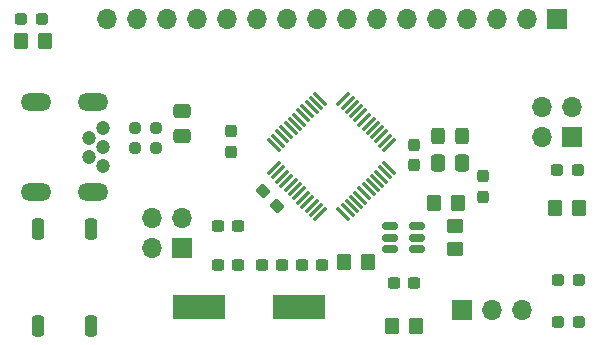
<source format=gbr>
%TF.GenerationSoftware,KiCad,Pcbnew,7.0.5*%
%TF.CreationDate,2023-07-22T19:28:39+09:00*%
%TF.ProjectId,power,706f7765-722e-46b6-9963-61645f706362,rev?*%
%TF.SameCoordinates,Original*%
%TF.FileFunction,Soldermask,Top*%
%TF.FilePolarity,Negative*%
%FSLAX46Y46*%
G04 Gerber Fmt 4.6, Leading zero omitted, Abs format (unit mm)*
G04 Created by KiCad (PCBNEW 7.0.5) date 2023-07-22 19:28:39*
%MOMM*%
%LPD*%
G01*
G04 APERTURE LIST*
G04 Aperture macros list*
%AMRoundRect*
0 Rectangle with rounded corners*
0 $1 Rounding radius*
0 $2 $3 $4 $5 $6 $7 $8 $9 X,Y pos of 4 corners*
0 Add a 4 corners polygon primitive as box body*
4,1,4,$2,$3,$4,$5,$6,$7,$8,$9,$2,$3,0*
0 Add four circle primitives for the rounded corners*
1,1,$1+$1,$2,$3*
1,1,$1+$1,$4,$5*
1,1,$1+$1,$6,$7*
1,1,$1+$1,$8,$9*
0 Add four rect primitives between the rounded corners*
20,1,$1+$1,$2,$3,$4,$5,0*
20,1,$1+$1,$4,$5,$6,$7,0*
20,1,$1+$1,$6,$7,$8,$9,0*
20,1,$1+$1,$8,$9,$2,$3,0*%
G04 Aperture macros list end*
%ADD10RoundRect,0.237500X-0.287500X-0.237500X0.287500X-0.237500X0.287500X0.237500X-0.287500X0.237500X0*%
%ADD11RoundRect,0.150000X0.512500X0.150000X-0.512500X0.150000X-0.512500X-0.150000X0.512500X-0.150000X0*%
%ADD12RoundRect,0.237500X0.287500X0.237500X-0.287500X0.237500X-0.287500X-0.237500X0.287500X-0.237500X0*%
%ADD13RoundRect,0.250000X-0.337500X-0.475000X0.337500X-0.475000X0.337500X0.475000X-0.337500X0.475000X0*%
%ADD14RoundRect,0.237500X0.237500X-0.300000X0.237500X0.300000X-0.237500X0.300000X-0.237500X-0.300000X0*%
%ADD15C,1.200000*%
%ADD16O,2.600000X1.500000*%
%ADD17RoundRect,0.237500X0.300000X0.237500X-0.300000X0.237500X-0.300000X-0.237500X0.300000X-0.237500X0*%
%ADD18RoundRect,0.250000X-0.350000X-0.450000X0.350000X-0.450000X0.350000X0.450000X-0.350000X0.450000X0*%
%ADD19RoundRect,0.237500X-0.237500X0.300000X-0.237500X-0.300000X0.237500X-0.300000X0.237500X0.300000X0*%
%ADD20RoundRect,0.237500X-0.300000X-0.237500X0.300000X-0.237500X0.300000X0.237500X-0.300000X0.237500X0*%
%ADD21RoundRect,0.237500X-0.250000X-0.237500X0.250000X-0.237500X0.250000X0.237500X-0.250000X0.237500X0*%
%ADD22RoundRect,0.075000X0.521491X-0.415425X-0.415425X0.521491X-0.521491X0.415425X0.415425X-0.521491X0*%
%ADD23RoundRect,0.075000X0.521491X0.415425X0.415425X0.521491X-0.521491X-0.415425X-0.415425X-0.521491X0*%
%ADD24R,4.500000X2.000000*%
%ADD25RoundRect,0.250000X-0.450000X0.350000X-0.450000X-0.350000X0.450000X-0.350000X0.450000X0.350000X0*%
%ADD26RoundRect,0.250000X0.250000X-0.650000X0.250000X0.650000X-0.250000X0.650000X-0.250000X-0.650000X0*%
%ADD27R,1.700000X1.700000*%
%ADD28O,1.700000X1.700000*%
%ADD29RoundRect,0.237500X-0.380070X0.044194X0.044194X-0.380070X0.380070X-0.044194X-0.044194X0.380070X0*%
%ADD30RoundRect,0.250000X0.350000X0.450000X-0.350000X0.450000X-0.350000X-0.450000X0.350000X-0.450000X0*%
%ADD31RoundRect,0.250000X0.475000X-0.337500X0.475000X0.337500X-0.475000X0.337500X-0.475000X-0.337500X0*%
%ADD32RoundRect,0.250000X0.325000X0.450000X-0.325000X0.450000X-0.325000X-0.450000X0.325000X-0.450000X0*%
G04 APERTURE END LIST*
D10*
%TO.C,D103*%
X110377000Y-53340000D03*
X112127000Y-53340000D03*
%TD*%
D11*
%TO.C,U101*%
X98546500Y-60005000D03*
X98546500Y-59055000D03*
X98546500Y-58105000D03*
X96271500Y-58105000D03*
X96271500Y-59055000D03*
X96271500Y-60005000D03*
%TD*%
D12*
%TO.C,D101*%
X66788000Y-40513000D03*
X65038000Y-40513000D03*
%TD*%
D13*
%TO.C,C120*%
X100308500Y-52705000D03*
X102383500Y-52705000D03*
%TD*%
D14*
%TO.C,C115*%
X82804000Y-51789500D03*
X82804000Y-50064500D03*
%TD*%
D15*
%TO.C,J101*%
X71976000Y-49795000D03*
X70776000Y-50595000D03*
X71976000Y-51395000D03*
X70776000Y-52195000D03*
X71976000Y-52995000D03*
D16*
X71076000Y-47595000D03*
X71076000Y-55195000D03*
X66276000Y-55195000D03*
X66276000Y-47595000D03*
%TD*%
D17*
%TO.C,C114*%
X90524500Y-61341000D03*
X88799500Y-61341000D03*
%TD*%
D18*
%TO.C,R102*%
X99965000Y-56134000D03*
X101965000Y-56134000D03*
%TD*%
D19*
%TO.C,C117*%
X104140000Y-53874500D03*
X104140000Y-55599500D03*
%TD*%
D10*
%TO.C,D102*%
X110504000Y-62611000D03*
X112254000Y-62611000D03*
%TD*%
D20*
%TO.C,C102*%
X96546500Y-62865000D03*
X98271500Y-62865000D03*
%TD*%
D18*
%TO.C,R103*%
X96409000Y-66548000D03*
X98409000Y-66548000D03*
%TD*%
D21*
%TO.C,R106*%
X74652500Y-51435000D03*
X76477500Y-51435000D03*
%TD*%
D22*
%TO.C,U102*%
X92311788Y-57084876D03*
X92665342Y-56731322D03*
X93018895Y-56377769D03*
X93372449Y-56024215D03*
X93726002Y-55670662D03*
X94079555Y-55317109D03*
X94433109Y-54963555D03*
X94786662Y-54610002D03*
X95140215Y-54256449D03*
X95493769Y-53902895D03*
X95847322Y-53549342D03*
X96200876Y-53195788D03*
D23*
X96200876Y-51198212D03*
X95847322Y-50844658D03*
X95493769Y-50491105D03*
X95140215Y-50137551D03*
X94786662Y-49783998D03*
X94433109Y-49430445D03*
X94079555Y-49076891D03*
X93726002Y-48723338D03*
X93372449Y-48369785D03*
X93018895Y-48016231D03*
X92665342Y-47662678D03*
X92311788Y-47309124D03*
D22*
X90314212Y-47309124D03*
X89960658Y-47662678D03*
X89607105Y-48016231D03*
X89253551Y-48369785D03*
X88899998Y-48723338D03*
X88546445Y-49076891D03*
X88192891Y-49430445D03*
X87839338Y-49783998D03*
X87485785Y-50137551D03*
X87132231Y-50491105D03*
X86778678Y-50844658D03*
X86425124Y-51198212D03*
D23*
X86425124Y-53195788D03*
X86778678Y-53549342D03*
X87132231Y-53902895D03*
X87485785Y-54256449D03*
X87839338Y-54610002D03*
X88192891Y-54963555D03*
X88546445Y-55317109D03*
X88899998Y-55670662D03*
X89253551Y-56024215D03*
X89607105Y-56377769D03*
X89960658Y-56731322D03*
X90314212Y-57084876D03*
%TD*%
D18*
%TO.C,R104*%
X92345000Y-61087000D03*
X94345000Y-61087000D03*
%TD*%
D24*
%TO.C,Y101*%
X80078000Y-64897000D03*
X88578000Y-64897000D03*
%TD*%
D25*
%TO.C,R108*%
X101727000Y-58055000D03*
X101727000Y-60055000D03*
%TD*%
D14*
%TO.C,C111*%
X98298000Y-52932500D03*
X98298000Y-51207500D03*
%TD*%
D26*
%TO.C,SW101*%
X70957000Y-66559000D03*
X70957000Y-58359000D03*
X66457000Y-66559000D03*
X66457000Y-58359000D03*
%TD*%
D20*
%TO.C,C103*%
X81687500Y-58039000D03*
X83412500Y-58039000D03*
%TD*%
D27*
%TO.C,J108*%
X102377000Y-65151000D03*
D28*
X104917000Y-65151000D03*
X107457000Y-65151000D03*
%TD*%
D29*
%TO.C,C101*%
X85496120Y-55143120D03*
X86715880Y-56362880D03*
%TD*%
D30*
%TO.C,R107*%
X67040000Y-42418000D03*
X65040000Y-42418000D03*
%TD*%
D21*
%TO.C,R105*%
X74652500Y-49784000D03*
X76477500Y-49784000D03*
%TD*%
D31*
%TO.C,C118*%
X78613000Y-50440500D03*
X78613000Y-48365500D03*
%TD*%
D10*
%TO.C,D104*%
X110504000Y-66167000D03*
X112254000Y-66167000D03*
%TD*%
D20*
%TO.C,C106*%
X81687500Y-61341000D03*
X83412500Y-61341000D03*
%TD*%
D18*
%TO.C,R114*%
X110252000Y-56515000D03*
X112252000Y-56515000D03*
%TD*%
D32*
%TO.C,FB103*%
X102371000Y-50419000D03*
X100321000Y-50419000D03*
%TD*%
D20*
%TO.C,C108*%
X85370500Y-61341000D03*
X87095500Y-61341000D03*
%TD*%
D27*
%TO.C,J105*%
X110363000Y-40513000D03*
D28*
X107823000Y-40513000D03*
X105283000Y-40513000D03*
X102743000Y-40513000D03*
X100203000Y-40513000D03*
X97663000Y-40513000D03*
X95123000Y-40513000D03*
X92583000Y-40513000D03*
X90043000Y-40513000D03*
X87503000Y-40513000D03*
X84963000Y-40513000D03*
X82423000Y-40513000D03*
X79883000Y-40513000D03*
X77343000Y-40513000D03*
X74803000Y-40513000D03*
X72263000Y-40513000D03*
%TD*%
D27*
%TO.C,J102*%
X78613000Y-59944000D03*
D28*
X78613000Y-57404000D03*
X76073000Y-59944000D03*
X76073000Y-57404000D03*
%TD*%
D27*
%TO.C,J107*%
X111633000Y-50546000D03*
D28*
X111633000Y-48006000D03*
X109093000Y-50546000D03*
X109093000Y-48006000D03*
%TD*%
M02*

</source>
